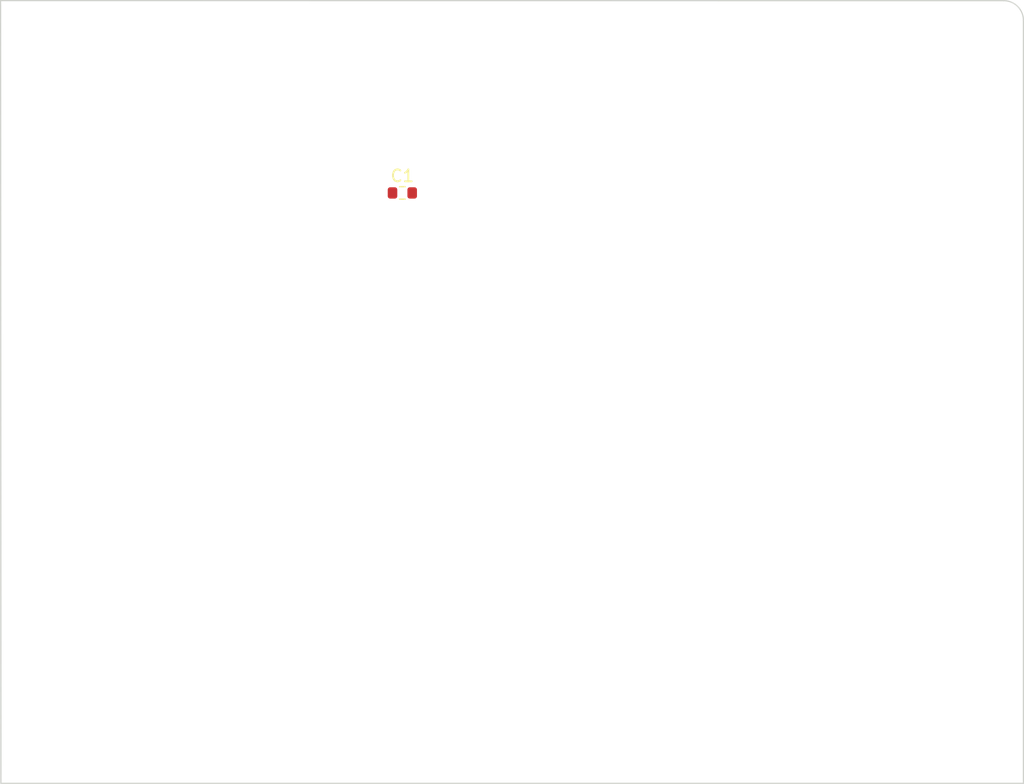
<source format=kicad_pcb>
(kicad_pcb (version 20211014) (generator pcbnew)
  (layers (0 "F.Cu" signal) (31 "B.Cu" signal) (34 "B.Paste" user) (35 "F.Paste" user) (36 "B.SilkS" user "B.Silkscreen") (37 "F.SilkS" user "F.Silkscreen") (38 "B.Mask" user) (39 "F.Mask" user) (44 "Edge.Cuts" user))
  (net 0 "")
  (net 1 "Net-(C1-Pad1)")
  (net 2 "Net-(C1-Pad2)")
  (footprint "Resistor_SMD:R_0603_1608Metric" (layer "F.Cu") (at 119.38 86.36)
    (fp_text reference "C1" (at 0 -1.43) (layer "F.SilkS"))
    (fp_text value "C_Small")
    (fp_line (start -0.237258 0.5225) (end 0.237258 0.5225) (layer "F.SilkS") (width 0.12))
    (fp_line (start -0.237258 -0.5225) (end 0.237258 -0.5225) (layer "F.SilkS") (width 0.12))
    (pad "1" smd roundrect (at -0.825 0) (size 0.8 0.95) (layers "F.Cu" "F.Paste" "F.Mask") (net 1 "Net-(C1-Pad1)"))
    (pad "2" smd roundrect (at 0.825 0) (size 0.8 0.95) (layers "F.Cu" "F.Paste" "F.Mask") (net 2 "Net-(C1-Pad2)"))
  )
  (gr_line (start 171.45 71.882) (end 171.45 135.89) (layer "Edge.Cuts") (width 0.1))
  (gr_line (start 85.696971 70.22408) (end 85.725 135.89) (layer "Edge.Cuts") (width 0.1))
  (gr_arc (start 169.799 70.231) (mid 170.966433 70.714567) (end 171.45 71.882) (layer "Edge.Cuts") (width 0.1))
  (gr_line (start 85.696971 70.22408) (end 169.799 70.231) (layer "Edge.Cuts") (width 0.1))
  (gr_line (start 85.725 135.89) (end 171.45 135.89) (layer "Edge.Cuts") (width 0.1))
)
</source>
